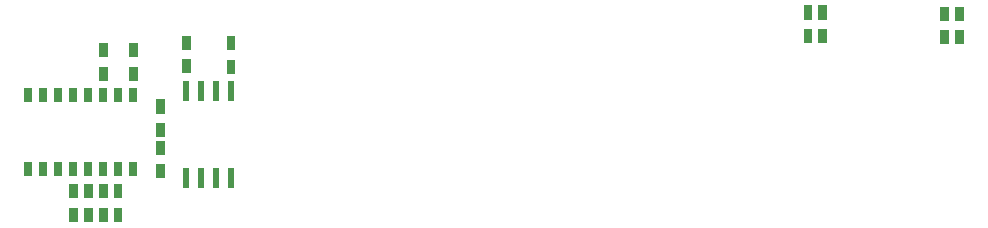
<source format=gbr>
G04 #@! TF.GenerationSoftware,KiCad,Pcbnew,(5.0.2)-1*
G04 #@! TF.CreationDate,2020-04-01T00:19:12+09:00*
G04 #@! TF.ProjectId,eckeyboard,65636b65-7962-46f6-9172-642e6b696361,rev?*
G04 #@! TF.SameCoordinates,Original*
G04 #@! TF.FileFunction,Paste,Top*
G04 #@! TF.FilePolarity,Positive*
%FSLAX46Y46*%
G04 Gerber Fmt 4.6, Leading zero omitted, Abs format (unit mm)*
G04 Created by KiCad (PCBNEW (5.0.2)-1) date 2020/04/01 0:19:12*
%MOMM*%
%LPD*%
G01*
G04 APERTURE LIST*
%ADD10C,0.750000*%
%ADD11C,0.100000*%
%ADD12R,0.800000X1.300000*%
%ADD13R,0.550000X1.750000*%
G04 APERTURE END LIST*
D10*
G04 #@! TO.C,C1*
X55950000Y-128150000D03*
D11*
G36*
X55575000Y-127550000D02*
X56325000Y-127550000D01*
X56325000Y-128750000D01*
X55575000Y-128750000D01*
X55575000Y-127550000D01*
X55575000Y-127550000D01*
G37*
D10*
X55950000Y-130150000D03*
D11*
G36*
X55575000Y-129550000D02*
X56325000Y-129550000D01*
X56325000Y-130750000D01*
X55575000Y-130750000D01*
X55575000Y-129550000D01*
X55575000Y-129550000D01*
G37*
G04 #@! TD*
D10*
G04 #@! TO.C,C4*
X112000000Y-118700000D03*
D11*
G36*
X111625000Y-118100000D02*
X112375000Y-118100000D01*
X112375000Y-119300000D01*
X111625000Y-119300000D01*
X111625000Y-118100000D01*
X111625000Y-118100000D01*
G37*
D10*
X112000000Y-116700000D03*
D11*
G36*
X111625000Y-116100000D02*
X112375000Y-116100000D01*
X112375000Y-117300000D01*
X111625000Y-117300000D01*
X111625000Y-116100000D01*
X111625000Y-116100000D01*
G37*
G04 #@! TD*
D10*
G04 #@! TO.C,R1*
X49830163Y-131832487D03*
D11*
G36*
X49455163Y-131232487D02*
X50205163Y-131232487D01*
X50205163Y-132432487D01*
X49455163Y-132432487D01*
X49455163Y-131232487D01*
X49455163Y-131232487D01*
G37*
D10*
X49830163Y-133832487D03*
D11*
G36*
X49455163Y-133232487D02*
X50205163Y-133232487D01*
X50205163Y-134432487D01*
X49455163Y-134432487D01*
X49455163Y-133232487D01*
X49455163Y-133232487D01*
G37*
G04 #@! TD*
D10*
G04 #@! TO.C,R2*
X51080163Y-133832487D03*
D11*
G36*
X50705163Y-133232487D02*
X51455163Y-133232487D01*
X51455163Y-134432487D01*
X50705163Y-134432487D01*
X50705163Y-133232487D01*
X50705163Y-133232487D01*
G37*
D10*
X51080163Y-131832487D03*
D11*
G36*
X50705163Y-131232487D02*
X51455163Y-131232487D01*
X51455163Y-132432487D01*
X50705163Y-132432487D01*
X50705163Y-131232487D01*
X50705163Y-131232487D01*
G37*
G04 #@! TD*
D10*
G04 #@! TO.C,R3*
X52330163Y-131832487D03*
D11*
G36*
X51955163Y-131232487D02*
X52705163Y-131232487D01*
X52705163Y-132432487D01*
X51955163Y-132432487D01*
X51955163Y-131232487D01*
X51955163Y-131232487D01*
G37*
D10*
X52330163Y-133832487D03*
D11*
G36*
X51955163Y-133232487D02*
X52705163Y-133232487D01*
X52705163Y-134432487D01*
X51955163Y-134432487D01*
X51955163Y-133232487D01*
X51955163Y-133232487D01*
G37*
G04 #@! TD*
D10*
G04 #@! TO.C,R4*
X48580163Y-133832487D03*
D11*
G36*
X48205163Y-133232487D02*
X48955163Y-133232487D01*
X48955163Y-134432487D01*
X48205163Y-134432487D01*
X48205163Y-133232487D01*
X48205163Y-133232487D01*
G37*
D10*
X48580163Y-131832487D03*
D11*
G36*
X48205163Y-131232487D02*
X48955163Y-131232487D01*
X48955163Y-132432487D01*
X48205163Y-132432487D01*
X48205163Y-131232487D01*
X48205163Y-131232487D01*
G37*
G04 #@! TD*
D10*
G04 #@! TO.C,R5*
X53630163Y-121900000D03*
D11*
G36*
X54005163Y-122500000D02*
X53255163Y-122500000D01*
X53255163Y-121300000D01*
X54005163Y-121300000D01*
X54005163Y-122500000D01*
X54005163Y-122500000D01*
G37*
D10*
X53630163Y-119900000D03*
D11*
G36*
X54005163Y-120500000D02*
X53255163Y-120500000D01*
X53255163Y-119300000D01*
X54005163Y-119300000D01*
X54005163Y-120500000D01*
X54005163Y-120500000D01*
G37*
G04 #@! TD*
D10*
G04 #@! TO.C,R6*
X51100000Y-121900000D03*
D11*
G36*
X50725000Y-121300000D02*
X51475000Y-121300000D01*
X51475000Y-122500000D01*
X50725000Y-122500000D01*
X50725000Y-121300000D01*
X50725000Y-121300000D01*
G37*
D10*
X51100000Y-119900000D03*
D11*
G36*
X50725000Y-119300000D02*
X51475000Y-119300000D01*
X51475000Y-120500000D01*
X50725000Y-120500000D01*
X50725000Y-119300000D01*
X50725000Y-119300000D01*
G37*
G04 #@! TD*
D10*
G04 #@! TO.C,R7*
X55950000Y-124650000D03*
D11*
G36*
X55575000Y-124050000D02*
X56325000Y-124050000D01*
X56325000Y-125250000D01*
X55575000Y-125250000D01*
X55575000Y-124050000D01*
X55575000Y-124050000D01*
G37*
D10*
X55950000Y-126650000D03*
D11*
G36*
X55575000Y-126050000D02*
X56325000Y-126050000D01*
X56325000Y-127250000D01*
X55575000Y-127250000D01*
X55575000Y-126050000D01*
X55575000Y-126050000D01*
G37*
G04 #@! TD*
D10*
G04 #@! TO.C,R8*
X58100000Y-119250000D03*
D11*
G36*
X58475000Y-119850000D02*
X57725000Y-119850000D01*
X57725000Y-118650000D01*
X58475000Y-118650000D01*
X58475000Y-119850000D01*
X58475000Y-119850000D01*
G37*
D10*
X58100000Y-121250000D03*
D11*
G36*
X58475000Y-121850000D02*
X57725000Y-121850000D01*
X57725000Y-120650000D01*
X58475000Y-120650000D01*
X58475000Y-121850000D01*
X58475000Y-121850000D01*
G37*
G04 #@! TD*
D10*
G04 #@! TO.C,R10*
X61900000Y-121300000D03*
D11*
G36*
X62275000Y-121900000D02*
X61525000Y-121900000D01*
X61525000Y-120700000D01*
X62275000Y-120700000D01*
X62275000Y-121900000D01*
X62275000Y-121900000D01*
G37*
D10*
X61900000Y-119300000D03*
D11*
G36*
X62275000Y-119900000D02*
X61525000Y-119900000D01*
X61525000Y-118700000D01*
X62275000Y-118700000D01*
X62275000Y-119900000D01*
X62275000Y-119900000D01*
G37*
G04 #@! TD*
D10*
G04 #@! TO.C,R12*
X110750000Y-116700000D03*
D11*
G36*
X110375000Y-116100000D02*
X111125000Y-116100000D01*
X111125000Y-117300000D01*
X110375000Y-117300000D01*
X110375000Y-116100000D01*
X110375000Y-116100000D01*
G37*
D10*
X110750000Y-118700000D03*
D11*
G36*
X110375000Y-118100000D02*
X111125000Y-118100000D01*
X111125000Y-119300000D01*
X110375000Y-119300000D01*
X110375000Y-118100000D01*
X110375000Y-118100000D01*
G37*
G04 #@! TD*
D10*
G04 #@! TO.C,R22*
X123600000Y-116800000D03*
D11*
G36*
X123225000Y-116200000D02*
X123975000Y-116200000D01*
X123975000Y-117400000D01*
X123225000Y-117400000D01*
X123225000Y-116200000D01*
X123225000Y-116200000D01*
G37*
D10*
X123600000Y-118800000D03*
D11*
G36*
X123225000Y-118200000D02*
X123975000Y-118200000D01*
X123975000Y-119400000D01*
X123225000Y-119400000D01*
X123225000Y-118200000D01*
X123225000Y-118200000D01*
G37*
G04 #@! TD*
D10*
G04 #@! TO.C,R23*
X122300000Y-118800000D03*
D11*
G36*
X121925000Y-118200000D02*
X122675000Y-118200000D01*
X122675000Y-119400000D01*
X121925000Y-119400000D01*
X121925000Y-118200000D01*
X121925000Y-118200000D01*
G37*
D10*
X122300000Y-116800000D03*
D11*
G36*
X121925000Y-116200000D02*
X122675000Y-116200000D01*
X122675000Y-117400000D01*
X121925000Y-117400000D01*
X121925000Y-116200000D01*
X121925000Y-116200000D01*
G37*
G04 #@! TD*
D12*
G04 #@! TO.C,U1*
X53630163Y-123682487D03*
X52350163Y-123682487D03*
X51090163Y-123682487D03*
X49820163Y-123682487D03*
X48540163Y-123682487D03*
X47270163Y-123682487D03*
X46010163Y-123682487D03*
X44730163Y-123682487D03*
X44730163Y-129982487D03*
X46010163Y-129982487D03*
X47270163Y-129982487D03*
X48540163Y-129982487D03*
X49820163Y-129982487D03*
X51090163Y-129982487D03*
X52350163Y-129982487D03*
X53630163Y-129982487D03*
G04 #@! TD*
D13*
G04 #@! TO.C,U2*
X61905000Y-123350000D03*
X60635000Y-123350000D03*
X59365000Y-123350000D03*
X58095000Y-123350000D03*
X58095000Y-130750000D03*
X59365000Y-130750000D03*
X60635000Y-130750000D03*
X61905000Y-130750000D03*
G04 #@! TD*
M02*

</source>
